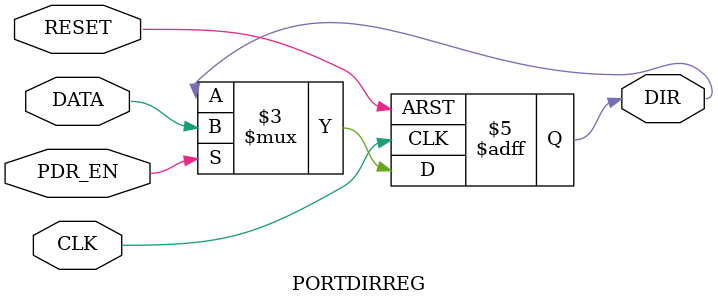
<source format=sv>
`timescale 1ns/1ns

module PORTDIRREG(output reg [0:0] DIR,
		  input DATA,PDR_EN,CLK,RESET);

   always_ff @(posedge CLK, negedge RESET)begin
      if(!RESET) DIR <= 1'b0;
      else if(PDR_EN) DIR <= DATA;
      else ;
   end
endmodule // PORTDIRREG

</source>
